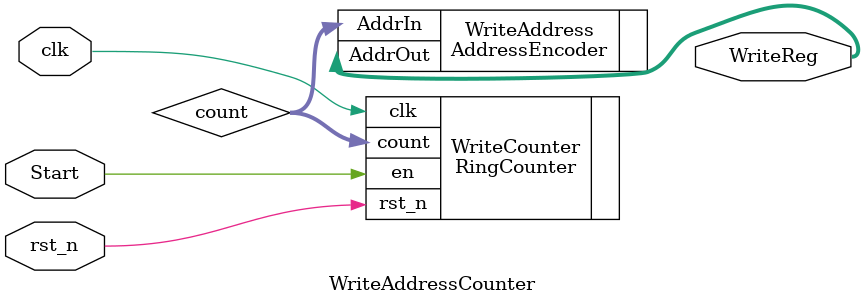
<source format=v>
`timescale 1ns / 1ps


module WriteAddressCounter( 
//multiplicator¿¡¼­ Ãâ·ÂµÈ °ö¼À °á°ú¸¦ register file¿¡ ÀúÀåÇÒ ¶§ ÇÊ¿äÇÑ ÁÖ¼Ò¸¦ °è»ê
    clk, rst_n, Start, 
    WriteReg
);

parameter ADDRESS = 4;
parameter DATAWIDTH = 8;
parameter DATANUM = 15;

input clk, rst_n; //1bit input
input Start; //1bit input
output [ADDRESS-1:0] WriteReg; //ÀúÀåÇÒ ¶§ ÇÊ¿äÇÑ ÁÖ¼Ò¸¦ ´ã´Â 4bit output
wire [DATANUM-1:0] count; //ring counter¿¡¼­ address encoder·Î °ªÀ» Àü´ÞÇÏ±â À§ÇÑ wire

//ring counter¿Í address encoder ¸ðµâ¿¡ °ª Àü´Þ
RingCounter #(.DATANUM(DATANUM)) WriteCounter(.clk(clk), .rst_n(rst_n), .en(Start), .count(count));
AddressEncoder #(.DATANUM(DATANUM), .ADDRESS(ADDRESS)) WriteAddress(.AddrIn(count), .AddrOut(WriteReg));

endmodule

</source>
